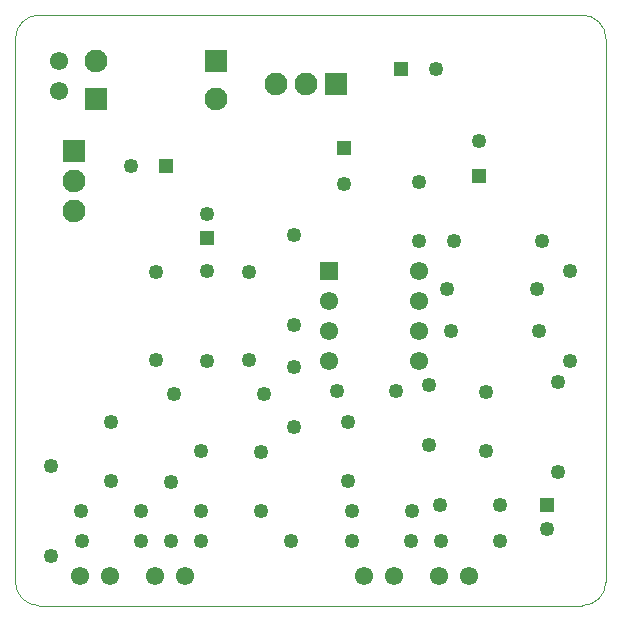
<source format=gts>
G04 (created by PCBNEW (2013-07-07 BZR 4022)-stable) date 1/7/2015 9:26:39 PM*
%MOIN*%
G04 Gerber Fmt 3.4, Leading zero omitted, Abs format*
%FSLAX34Y34*%
G01*
G70*
G90*
G04 APERTURE LIST*
%ADD10C,0.00590551*%
%ADD11C,0.00393701*%
%ADD12C,0.0493071*%
%ADD13C,0.076*%
%ADD14R,0.076X0.076*%
%ADD15R,0.061X0.061*%
%ADD16C,0.061*%
%ADD17R,0.0493071X0.0493071*%
G04 APERTURE END LIST*
G54D10*
G54D11*
X19685Y-787D02*
G75*
G03X18897Y0I-787J0D01*
G74*
G01*
X0Y-18897D02*
G75*
G03X787Y-19685I787J0D01*
G74*
G01*
X18897Y-19685D02*
G75*
G03X19685Y-18897I0J787D01*
G74*
G01*
X787Y0D02*
X18897Y0D01*
X0Y-787D02*
X0Y-18897D01*
X787Y0D02*
G75*
G03X0Y-787I0J-787D01*
G74*
G01*
X787Y-19685D02*
X18897Y-19685D01*
X19685Y-787D02*
X19685Y-18897D01*
G54D12*
X7792Y-11511D03*
X7792Y-8559D03*
X11092Y-15519D03*
X11092Y-13551D03*
G54D13*
X8692Y-2285D03*
X9692Y-2285D03*
G54D14*
X10692Y-2285D03*
G54D13*
X1942Y-6535D03*
X1942Y-5535D03*
G54D14*
X1942Y-4535D03*
G54D15*
X10442Y-8535D03*
G54D16*
X10442Y-9535D03*
X10442Y-10535D03*
X10442Y-11535D03*
X13442Y-11535D03*
X13442Y-10535D03*
X13442Y-9535D03*
X13442Y-8535D03*
G54D13*
X6692Y-2785D03*
G54D14*
X2692Y-2785D03*
G54D13*
X2692Y-1535D03*
G54D14*
X6692Y-1535D03*
G54D16*
X11614Y-18700D03*
X12614Y-18700D03*
X14114Y-18700D03*
X15114Y-18700D03*
X2165Y-18700D03*
X3165Y-18700D03*
X4665Y-18700D03*
X5665Y-18700D03*
X1442Y-1535D03*
X1442Y-2535D03*
G54D12*
X3852Y-5035D03*
G54D17*
X5033Y-5035D03*
G54D12*
X14033Y-1785D03*
G54D17*
X12852Y-1785D03*
G54D12*
X13204Y-16535D03*
X11204Y-16535D03*
X6192Y-14535D03*
X6192Y-16535D03*
X4192Y-16535D03*
X2192Y-16535D03*
X16157Y-16338D03*
X14157Y-16338D03*
X13792Y-14335D03*
X13792Y-12335D03*
X9292Y-13735D03*
X9292Y-11735D03*
X11220Y-17519D03*
X13188Y-17519D03*
X2208Y-17535D03*
X4177Y-17535D03*
X9192Y-17535D03*
X6192Y-17535D03*
X8292Y-12635D03*
X5292Y-12635D03*
X17392Y-9135D03*
X14392Y-9135D03*
X18492Y-8535D03*
X18492Y-11535D03*
X18092Y-15235D03*
X18092Y-12235D03*
X9292Y-7335D03*
X9292Y-10335D03*
X1192Y-15035D03*
X1192Y-18035D03*
X6392Y-8535D03*
X6392Y-11535D03*
X5192Y-17519D03*
X5192Y-15551D03*
X8192Y-14551D03*
X8192Y-16519D03*
X3192Y-13551D03*
X3192Y-15519D03*
X14173Y-17519D03*
X16141Y-17519D03*
X15692Y-14519D03*
X15692Y-12551D03*
X13442Y-7519D03*
X13442Y-5551D03*
X12677Y-12535D03*
X10708Y-12535D03*
X15442Y-4194D03*
G54D17*
X15442Y-5375D03*
G54D12*
X10942Y-5625D03*
G54D17*
X10942Y-4444D03*
G54D12*
X6392Y-6641D03*
G54D17*
X6392Y-7429D03*
G54D12*
X17716Y-17125D03*
G54D17*
X17716Y-16338D03*
G54D12*
X17569Y-7535D03*
X14616Y-7535D03*
X17469Y-10535D03*
X14516Y-10535D03*
X4692Y-8559D03*
X4692Y-11511D03*
M02*

</source>
